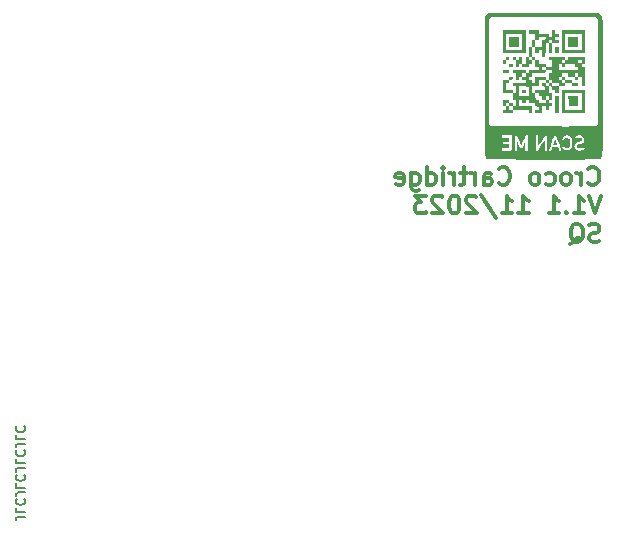
<source format=gbo>
G04 #@! TF.GenerationSoftware,KiCad,Pcbnew,9.0.5*
G04 #@! TF.CreationDate,2025-10-24T15:50:47+02:00*
G04 #@! TF.ProjectId,GameboyCartridgeV1.1,47616d65-626f-4794-9361-727472696467,rev?*
G04 #@! TF.SameCoordinates,Original*
G04 #@! TF.FileFunction,Legend,Bot*
G04 #@! TF.FilePolarity,Positive*
%FSLAX46Y46*%
G04 Gerber Fmt 4.6, Leading zero omitted, Abs format (unit mm)*
G04 Created by KiCad (PCBNEW 9.0.5) date 2025-10-24 15:50:47*
%MOMM*%
%LPD*%
G01*
G04 APERTURE LIST*
%ADD10C,0.300000*%
%ADD11C,0.187500*%
%ADD12C,0.000000*%
%ADD13C,0.650000*%
%ADD14O,1.000000X2.100000*%
%ADD15O,1.000000X1.800000*%
%ADD16C,0.800000*%
%ADD17C,2.374900*%
%ADD18C,0.990600*%
%ADD19C,7.200000*%
%ADD20R,1.700000X1.700000*%
%ADD21O,1.700000X1.700000*%
G04 APERTURE END LIST*
D10*
X134988346Y-77128139D02*
X135059774Y-77199568D01*
X135059774Y-77199568D02*
X135274060Y-77270996D01*
X135274060Y-77270996D02*
X135416917Y-77270996D01*
X135416917Y-77270996D02*
X135631203Y-77199568D01*
X135631203Y-77199568D02*
X135774060Y-77056710D01*
X135774060Y-77056710D02*
X135845489Y-76913853D01*
X135845489Y-76913853D02*
X135916917Y-76628139D01*
X135916917Y-76628139D02*
X135916917Y-76413853D01*
X135916917Y-76413853D02*
X135845489Y-76128139D01*
X135845489Y-76128139D02*
X135774060Y-75985282D01*
X135774060Y-75985282D02*
X135631203Y-75842425D01*
X135631203Y-75842425D02*
X135416917Y-75770996D01*
X135416917Y-75770996D02*
X135274060Y-75770996D01*
X135274060Y-75770996D02*
X135059774Y-75842425D01*
X135059774Y-75842425D02*
X134988346Y-75913853D01*
X134345489Y-77270996D02*
X134345489Y-76270996D01*
X134345489Y-76556710D02*
X134274060Y-76413853D01*
X134274060Y-76413853D02*
X134202632Y-76342425D01*
X134202632Y-76342425D02*
X134059774Y-76270996D01*
X134059774Y-76270996D02*
X133916917Y-76270996D01*
X133202632Y-77270996D02*
X133345489Y-77199568D01*
X133345489Y-77199568D02*
X133416918Y-77128139D01*
X133416918Y-77128139D02*
X133488346Y-76985282D01*
X133488346Y-76985282D02*
X133488346Y-76556710D01*
X133488346Y-76556710D02*
X133416918Y-76413853D01*
X133416918Y-76413853D02*
X133345489Y-76342425D01*
X133345489Y-76342425D02*
X133202632Y-76270996D01*
X133202632Y-76270996D02*
X132988346Y-76270996D01*
X132988346Y-76270996D02*
X132845489Y-76342425D01*
X132845489Y-76342425D02*
X132774061Y-76413853D01*
X132774061Y-76413853D02*
X132702632Y-76556710D01*
X132702632Y-76556710D02*
X132702632Y-76985282D01*
X132702632Y-76985282D02*
X132774061Y-77128139D01*
X132774061Y-77128139D02*
X132845489Y-77199568D01*
X132845489Y-77199568D02*
X132988346Y-77270996D01*
X132988346Y-77270996D02*
X133202632Y-77270996D01*
X131416918Y-77199568D02*
X131559775Y-77270996D01*
X131559775Y-77270996D02*
X131845489Y-77270996D01*
X131845489Y-77270996D02*
X131988346Y-77199568D01*
X131988346Y-77199568D02*
X132059775Y-77128139D01*
X132059775Y-77128139D02*
X132131203Y-76985282D01*
X132131203Y-76985282D02*
X132131203Y-76556710D01*
X132131203Y-76556710D02*
X132059775Y-76413853D01*
X132059775Y-76413853D02*
X131988346Y-76342425D01*
X131988346Y-76342425D02*
X131845489Y-76270996D01*
X131845489Y-76270996D02*
X131559775Y-76270996D01*
X131559775Y-76270996D02*
X131416918Y-76342425D01*
X130559775Y-77270996D02*
X130702632Y-77199568D01*
X130702632Y-77199568D02*
X130774061Y-77128139D01*
X130774061Y-77128139D02*
X130845489Y-76985282D01*
X130845489Y-76985282D02*
X130845489Y-76556710D01*
X130845489Y-76556710D02*
X130774061Y-76413853D01*
X130774061Y-76413853D02*
X130702632Y-76342425D01*
X130702632Y-76342425D02*
X130559775Y-76270996D01*
X130559775Y-76270996D02*
X130345489Y-76270996D01*
X130345489Y-76270996D02*
X130202632Y-76342425D01*
X130202632Y-76342425D02*
X130131204Y-76413853D01*
X130131204Y-76413853D02*
X130059775Y-76556710D01*
X130059775Y-76556710D02*
X130059775Y-76985282D01*
X130059775Y-76985282D02*
X130131204Y-77128139D01*
X130131204Y-77128139D02*
X130202632Y-77199568D01*
X130202632Y-77199568D02*
X130345489Y-77270996D01*
X130345489Y-77270996D02*
X130559775Y-77270996D01*
X127416918Y-77128139D02*
X127488346Y-77199568D01*
X127488346Y-77199568D02*
X127702632Y-77270996D01*
X127702632Y-77270996D02*
X127845489Y-77270996D01*
X127845489Y-77270996D02*
X128059775Y-77199568D01*
X128059775Y-77199568D02*
X128202632Y-77056710D01*
X128202632Y-77056710D02*
X128274061Y-76913853D01*
X128274061Y-76913853D02*
X128345489Y-76628139D01*
X128345489Y-76628139D02*
X128345489Y-76413853D01*
X128345489Y-76413853D02*
X128274061Y-76128139D01*
X128274061Y-76128139D02*
X128202632Y-75985282D01*
X128202632Y-75985282D02*
X128059775Y-75842425D01*
X128059775Y-75842425D02*
X127845489Y-75770996D01*
X127845489Y-75770996D02*
X127702632Y-75770996D01*
X127702632Y-75770996D02*
X127488346Y-75842425D01*
X127488346Y-75842425D02*
X127416918Y-75913853D01*
X126131204Y-77270996D02*
X126131204Y-76485282D01*
X126131204Y-76485282D02*
X126202632Y-76342425D01*
X126202632Y-76342425D02*
X126345489Y-76270996D01*
X126345489Y-76270996D02*
X126631204Y-76270996D01*
X126631204Y-76270996D02*
X126774061Y-76342425D01*
X126131204Y-77199568D02*
X126274061Y-77270996D01*
X126274061Y-77270996D02*
X126631204Y-77270996D01*
X126631204Y-77270996D02*
X126774061Y-77199568D01*
X126774061Y-77199568D02*
X126845489Y-77056710D01*
X126845489Y-77056710D02*
X126845489Y-76913853D01*
X126845489Y-76913853D02*
X126774061Y-76770996D01*
X126774061Y-76770996D02*
X126631204Y-76699568D01*
X126631204Y-76699568D02*
X126274061Y-76699568D01*
X126274061Y-76699568D02*
X126131204Y-76628139D01*
X125416918Y-77270996D02*
X125416918Y-76270996D01*
X125416918Y-76556710D02*
X125345489Y-76413853D01*
X125345489Y-76413853D02*
X125274061Y-76342425D01*
X125274061Y-76342425D02*
X125131203Y-76270996D01*
X125131203Y-76270996D02*
X124988346Y-76270996D01*
X124702632Y-76270996D02*
X124131204Y-76270996D01*
X124488347Y-75770996D02*
X124488347Y-77056710D01*
X124488347Y-77056710D02*
X124416918Y-77199568D01*
X124416918Y-77199568D02*
X124274061Y-77270996D01*
X124274061Y-77270996D02*
X124131204Y-77270996D01*
X123631204Y-77270996D02*
X123631204Y-76270996D01*
X123631204Y-76556710D02*
X123559775Y-76413853D01*
X123559775Y-76413853D02*
X123488347Y-76342425D01*
X123488347Y-76342425D02*
X123345489Y-76270996D01*
X123345489Y-76270996D02*
X123202632Y-76270996D01*
X122702633Y-77270996D02*
X122702633Y-76270996D01*
X122702633Y-75770996D02*
X122774061Y-75842425D01*
X122774061Y-75842425D02*
X122702633Y-75913853D01*
X122702633Y-75913853D02*
X122631204Y-75842425D01*
X122631204Y-75842425D02*
X122702633Y-75770996D01*
X122702633Y-75770996D02*
X122702633Y-75913853D01*
X121345490Y-77270996D02*
X121345490Y-75770996D01*
X121345490Y-77199568D02*
X121488347Y-77270996D01*
X121488347Y-77270996D02*
X121774061Y-77270996D01*
X121774061Y-77270996D02*
X121916918Y-77199568D01*
X121916918Y-77199568D02*
X121988347Y-77128139D01*
X121988347Y-77128139D02*
X122059775Y-76985282D01*
X122059775Y-76985282D02*
X122059775Y-76556710D01*
X122059775Y-76556710D02*
X121988347Y-76413853D01*
X121988347Y-76413853D02*
X121916918Y-76342425D01*
X121916918Y-76342425D02*
X121774061Y-76270996D01*
X121774061Y-76270996D02*
X121488347Y-76270996D01*
X121488347Y-76270996D02*
X121345490Y-76342425D01*
X119988347Y-76270996D02*
X119988347Y-77485282D01*
X119988347Y-77485282D02*
X120059775Y-77628139D01*
X120059775Y-77628139D02*
X120131204Y-77699568D01*
X120131204Y-77699568D02*
X120274061Y-77770996D01*
X120274061Y-77770996D02*
X120488347Y-77770996D01*
X120488347Y-77770996D02*
X120631204Y-77699568D01*
X119988347Y-77199568D02*
X120131204Y-77270996D01*
X120131204Y-77270996D02*
X120416918Y-77270996D01*
X120416918Y-77270996D02*
X120559775Y-77199568D01*
X120559775Y-77199568D02*
X120631204Y-77128139D01*
X120631204Y-77128139D02*
X120702632Y-76985282D01*
X120702632Y-76985282D02*
X120702632Y-76556710D01*
X120702632Y-76556710D02*
X120631204Y-76413853D01*
X120631204Y-76413853D02*
X120559775Y-76342425D01*
X120559775Y-76342425D02*
X120416918Y-76270996D01*
X120416918Y-76270996D02*
X120131204Y-76270996D01*
X120131204Y-76270996D02*
X119988347Y-76342425D01*
X118702632Y-77199568D02*
X118845489Y-77270996D01*
X118845489Y-77270996D02*
X119131204Y-77270996D01*
X119131204Y-77270996D02*
X119274061Y-77199568D01*
X119274061Y-77199568D02*
X119345489Y-77056710D01*
X119345489Y-77056710D02*
X119345489Y-76485282D01*
X119345489Y-76485282D02*
X119274061Y-76342425D01*
X119274061Y-76342425D02*
X119131204Y-76270996D01*
X119131204Y-76270996D02*
X118845489Y-76270996D01*
X118845489Y-76270996D02*
X118702632Y-76342425D01*
X118702632Y-76342425D02*
X118631204Y-76485282D01*
X118631204Y-76485282D02*
X118631204Y-76628139D01*
X118631204Y-76628139D02*
X119345489Y-76770996D01*
X136059774Y-78185912D02*
X135559774Y-79685912D01*
X135559774Y-79685912D02*
X135059774Y-78185912D01*
X133774060Y-79685912D02*
X134631203Y-79685912D01*
X134202632Y-79685912D02*
X134202632Y-78185912D01*
X134202632Y-78185912D02*
X134345489Y-78400198D01*
X134345489Y-78400198D02*
X134488346Y-78543055D01*
X134488346Y-78543055D02*
X134631203Y-78614484D01*
X133131204Y-79543055D02*
X133059775Y-79614484D01*
X133059775Y-79614484D02*
X133131204Y-79685912D01*
X133131204Y-79685912D02*
X133202632Y-79614484D01*
X133202632Y-79614484D02*
X133131204Y-79543055D01*
X133131204Y-79543055D02*
X133131204Y-79685912D01*
X131631203Y-79685912D02*
X132488346Y-79685912D01*
X132059775Y-79685912D02*
X132059775Y-78185912D01*
X132059775Y-78185912D02*
X132202632Y-78400198D01*
X132202632Y-78400198D02*
X132345489Y-78543055D01*
X132345489Y-78543055D02*
X132488346Y-78614484D01*
X129059775Y-79685912D02*
X129916918Y-79685912D01*
X129488347Y-79685912D02*
X129488347Y-78185912D01*
X129488347Y-78185912D02*
X129631204Y-78400198D01*
X129631204Y-78400198D02*
X129774061Y-78543055D01*
X129774061Y-78543055D02*
X129916918Y-78614484D01*
X127631204Y-79685912D02*
X128488347Y-79685912D01*
X128059776Y-79685912D02*
X128059776Y-78185912D01*
X128059776Y-78185912D02*
X128202633Y-78400198D01*
X128202633Y-78400198D02*
X128345490Y-78543055D01*
X128345490Y-78543055D02*
X128488347Y-78614484D01*
X125916919Y-78114484D02*
X127202633Y-80043055D01*
X125488347Y-78328769D02*
X125416919Y-78257341D01*
X125416919Y-78257341D02*
X125274062Y-78185912D01*
X125274062Y-78185912D02*
X124916919Y-78185912D01*
X124916919Y-78185912D02*
X124774062Y-78257341D01*
X124774062Y-78257341D02*
X124702633Y-78328769D01*
X124702633Y-78328769D02*
X124631204Y-78471626D01*
X124631204Y-78471626D02*
X124631204Y-78614484D01*
X124631204Y-78614484D02*
X124702633Y-78828769D01*
X124702633Y-78828769D02*
X125559776Y-79685912D01*
X125559776Y-79685912D02*
X124631204Y-79685912D01*
X123702633Y-78185912D02*
X123559776Y-78185912D01*
X123559776Y-78185912D02*
X123416919Y-78257341D01*
X123416919Y-78257341D02*
X123345491Y-78328769D01*
X123345491Y-78328769D02*
X123274062Y-78471626D01*
X123274062Y-78471626D02*
X123202633Y-78757341D01*
X123202633Y-78757341D02*
X123202633Y-79114484D01*
X123202633Y-79114484D02*
X123274062Y-79400198D01*
X123274062Y-79400198D02*
X123345491Y-79543055D01*
X123345491Y-79543055D02*
X123416919Y-79614484D01*
X123416919Y-79614484D02*
X123559776Y-79685912D01*
X123559776Y-79685912D02*
X123702633Y-79685912D01*
X123702633Y-79685912D02*
X123845491Y-79614484D01*
X123845491Y-79614484D02*
X123916919Y-79543055D01*
X123916919Y-79543055D02*
X123988348Y-79400198D01*
X123988348Y-79400198D02*
X124059776Y-79114484D01*
X124059776Y-79114484D02*
X124059776Y-78757341D01*
X124059776Y-78757341D02*
X123988348Y-78471626D01*
X123988348Y-78471626D02*
X123916919Y-78328769D01*
X123916919Y-78328769D02*
X123845491Y-78257341D01*
X123845491Y-78257341D02*
X123702633Y-78185912D01*
X122631205Y-78328769D02*
X122559777Y-78257341D01*
X122559777Y-78257341D02*
X122416920Y-78185912D01*
X122416920Y-78185912D02*
X122059777Y-78185912D01*
X122059777Y-78185912D02*
X121916920Y-78257341D01*
X121916920Y-78257341D02*
X121845491Y-78328769D01*
X121845491Y-78328769D02*
X121774062Y-78471626D01*
X121774062Y-78471626D02*
X121774062Y-78614484D01*
X121774062Y-78614484D02*
X121845491Y-78828769D01*
X121845491Y-78828769D02*
X122702634Y-79685912D01*
X122702634Y-79685912D02*
X121774062Y-79685912D01*
X121274063Y-78185912D02*
X120345491Y-78185912D01*
X120345491Y-78185912D02*
X120845491Y-78757341D01*
X120845491Y-78757341D02*
X120631206Y-78757341D01*
X120631206Y-78757341D02*
X120488349Y-78828769D01*
X120488349Y-78828769D02*
X120416920Y-78900198D01*
X120416920Y-78900198D02*
X120345491Y-79043055D01*
X120345491Y-79043055D02*
X120345491Y-79400198D01*
X120345491Y-79400198D02*
X120416920Y-79543055D01*
X120416920Y-79543055D02*
X120488349Y-79614484D01*
X120488349Y-79614484D02*
X120631206Y-79685912D01*
X120631206Y-79685912D02*
X121059777Y-79685912D01*
X121059777Y-79685912D02*
X121202634Y-79614484D01*
X121202634Y-79614484D02*
X121274063Y-79543055D01*
X135916917Y-82029400D02*
X135702632Y-82100828D01*
X135702632Y-82100828D02*
X135345489Y-82100828D01*
X135345489Y-82100828D02*
X135202632Y-82029400D01*
X135202632Y-82029400D02*
X135131203Y-81957971D01*
X135131203Y-81957971D02*
X135059774Y-81815114D01*
X135059774Y-81815114D02*
X135059774Y-81672257D01*
X135059774Y-81672257D02*
X135131203Y-81529400D01*
X135131203Y-81529400D02*
X135202632Y-81457971D01*
X135202632Y-81457971D02*
X135345489Y-81386542D01*
X135345489Y-81386542D02*
X135631203Y-81315114D01*
X135631203Y-81315114D02*
X135774060Y-81243685D01*
X135774060Y-81243685D02*
X135845489Y-81172257D01*
X135845489Y-81172257D02*
X135916917Y-81029400D01*
X135916917Y-81029400D02*
X135916917Y-80886542D01*
X135916917Y-80886542D02*
X135845489Y-80743685D01*
X135845489Y-80743685D02*
X135774060Y-80672257D01*
X135774060Y-80672257D02*
X135631203Y-80600828D01*
X135631203Y-80600828D02*
X135274060Y-80600828D01*
X135274060Y-80600828D02*
X135059774Y-80672257D01*
X133416918Y-82243685D02*
X133559775Y-82172257D01*
X133559775Y-82172257D02*
X133702632Y-82029400D01*
X133702632Y-82029400D02*
X133916918Y-81815114D01*
X133916918Y-81815114D02*
X134059775Y-81743685D01*
X134059775Y-81743685D02*
X134202632Y-81743685D01*
X134131203Y-82100828D02*
X134274061Y-82029400D01*
X134274061Y-82029400D02*
X134416918Y-81886542D01*
X134416918Y-81886542D02*
X134488346Y-81600828D01*
X134488346Y-81600828D02*
X134488346Y-81100828D01*
X134488346Y-81100828D02*
X134416918Y-80815114D01*
X134416918Y-80815114D02*
X134274061Y-80672257D01*
X134274061Y-80672257D02*
X134131203Y-80600828D01*
X134131203Y-80600828D02*
X133845489Y-80600828D01*
X133845489Y-80600828D02*
X133702632Y-80672257D01*
X133702632Y-80672257D02*
X133559775Y-80815114D01*
X133559775Y-80815114D02*
X133488346Y-81100828D01*
X133488346Y-81100828D02*
X133488346Y-81600828D01*
X133488346Y-81600828D02*
X133559775Y-81886542D01*
X133559775Y-81886542D02*
X133702632Y-82029400D01*
X133702632Y-82029400D02*
X133845489Y-82100828D01*
X133845489Y-82100828D02*
X134131203Y-82100828D01*
D11*
X87307654Y-105357597D02*
X86736226Y-105357597D01*
X86736226Y-105357597D02*
X86621940Y-105395692D01*
X86621940Y-105395692D02*
X86545750Y-105471883D01*
X86545750Y-105471883D02*
X86507654Y-105586168D01*
X86507654Y-105586168D02*
X86507654Y-105662359D01*
X86507654Y-104595692D02*
X86507654Y-104976644D01*
X86507654Y-104976644D02*
X87307654Y-104976644D01*
X86583845Y-103871882D02*
X86545750Y-103909978D01*
X86545750Y-103909978D02*
X86507654Y-104024263D01*
X86507654Y-104024263D02*
X86507654Y-104100454D01*
X86507654Y-104100454D02*
X86545750Y-104214740D01*
X86545750Y-104214740D02*
X86621940Y-104290930D01*
X86621940Y-104290930D02*
X86698130Y-104329025D01*
X86698130Y-104329025D02*
X86850511Y-104367121D01*
X86850511Y-104367121D02*
X86964797Y-104367121D01*
X86964797Y-104367121D02*
X87117178Y-104329025D01*
X87117178Y-104329025D02*
X87193369Y-104290930D01*
X87193369Y-104290930D02*
X87269559Y-104214740D01*
X87269559Y-104214740D02*
X87307654Y-104100454D01*
X87307654Y-104100454D02*
X87307654Y-104024263D01*
X87307654Y-104024263D02*
X87269559Y-103909978D01*
X87269559Y-103909978D02*
X87231464Y-103871882D01*
X87307654Y-103300454D02*
X86736226Y-103300454D01*
X86736226Y-103300454D02*
X86621940Y-103338549D01*
X86621940Y-103338549D02*
X86545750Y-103414740D01*
X86545750Y-103414740D02*
X86507654Y-103529025D01*
X86507654Y-103529025D02*
X86507654Y-103605216D01*
X86507654Y-102538549D02*
X86507654Y-102919501D01*
X86507654Y-102919501D02*
X87307654Y-102919501D01*
X86583845Y-101814739D02*
X86545750Y-101852835D01*
X86545750Y-101852835D02*
X86507654Y-101967120D01*
X86507654Y-101967120D02*
X86507654Y-102043311D01*
X86507654Y-102043311D02*
X86545750Y-102157597D01*
X86545750Y-102157597D02*
X86621940Y-102233787D01*
X86621940Y-102233787D02*
X86698130Y-102271882D01*
X86698130Y-102271882D02*
X86850511Y-102309978D01*
X86850511Y-102309978D02*
X86964797Y-102309978D01*
X86964797Y-102309978D02*
X87117178Y-102271882D01*
X87117178Y-102271882D02*
X87193369Y-102233787D01*
X87193369Y-102233787D02*
X87269559Y-102157597D01*
X87269559Y-102157597D02*
X87307654Y-102043311D01*
X87307654Y-102043311D02*
X87307654Y-101967120D01*
X87307654Y-101967120D02*
X87269559Y-101852835D01*
X87269559Y-101852835D02*
X87231464Y-101814739D01*
X87307654Y-101243311D02*
X86736226Y-101243311D01*
X86736226Y-101243311D02*
X86621940Y-101281406D01*
X86621940Y-101281406D02*
X86545750Y-101357597D01*
X86545750Y-101357597D02*
X86507654Y-101471882D01*
X86507654Y-101471882D02*
X86507654Y-101548073D01*
X86507654Y-100481406D02*
X86507654Y-100862358D01*
X86507654Y-100862358D02*
X87307654Y-100862358D01*
X86583845Y-99757596D02*
X86545750Y-99795692D01*
X86545750Y-99795692D02*
X86507654Y-99909977D01*
X86507654Y-99909977D02*
X86507654Y-99986168D01*
X86507654Y-99986168D02*
X86545750Y-100100454D01*
X86545750Y-100100454D02*
X86621940Y-100176644D01*
X86621940Y-100176644D02*
X86698130Y-100214739D01*
X86698130Y-100214739D02*
X86850511Y-100252835D01*
X86850511Y-100252835D02*
X86964797Y-100252835D01*
X86964797Y-100252835D02*
X87117178Y-100214739D01*
X87117178Y-100214739D02*
X87193369Y-100176644D01*
X87193369Y-100176644D02*
X87269559Y-100100454D01*
X87269559Y-100100454D02*
X87307654Y-99986168D01*
X87307654Y-99986168D02*
X87307654Y-99909977D01*
X87307654Y-99909977D02*
X87269559Y-99795692D01*
X87269559Y-99795692D02*
X87231464Y-99757596D01*
X87307654Y-99186168D02*
X86736226Y-99186168D01*
X86736226Y-99186168D02*
X86621940Y-99224263D01*
X86621940Y-99224263D02*
X86545750Y-99300454D01*
X86545750Y-99300454D02*
X86507654Y-99414739D01*
X86507654Y-99414739D02*
X86507654Y-99490930D01*
X86507654Y-98424263D02*
X86507654Y-98805215D01*
X86507654Y-98805215D02*
X87307654Y-98805215D01*
X86583845Y-97700453D02*
X86545750Y-97738549D01*
X86545750Y-97738549D02*
X86507654Y-97852834D01*
X86507654Y-97852834D02*
X86507654Y-97929025D01*
X86507654Y-97929025D02*
X86545750Y-98043311D01*
X86545750Y-98043311D02*
X86621940Y-98119501D01*
X86621940Y-98119501D02*
X86698130Y-98157596D01*
X86698130Y-98157596D02*
X86850511Y-98195692D01*
X86850511Y-98195692D02*
X86964797Y-98195692D01*
X86964797Y-98195692D02*
X87117178Y-98157596D01*
X87117178Y-98157596D02*
X87193369Y-98119501D01*
X87193369Y-98119501D02*
X87269559Y-98043311D01*
X87269559Y-98043311D02*
X87307654Y-97929025D01*
X87307654Y-97929025D02*
X87307654Y-97852834D01*
X87307654Y-97852834D02*
X87269559Y-97738549D01*
X87269559Y-97738549D02*
X87231464Y-97700453D01*
D12*
G36*
X128000000Y-66847306D02*
G01*
X128000000Y-66997503D01*
X127866667Y-66997503D01*
X127733334Y-66997503D01*
X127733334Y-66847306D01*
X127733334Y-66697109D01*
X127866667Y-66697109D01*
X128000000Y-66697109D01*
X128000000Y-66847306D01*
G37*
G36*
X128266667Y-67681734D02*
G01*
X128266667Y-67831931D01*
X128000000Y-67831931D01*
X127733334Y-67831931D01*
X127733334Y-67681734D01*
X127733334Y-67531537D01*
X128000000Y-67531537D01*
X128266667Y-67531537D01*
X128266667Y-67681734D01*
G37*
G36*
X128266667Y-66563600D02*
G01*
X128266667Y-66697109D01*
X128133334Y-66697109D01*
X128000000Y-66697109D01*
X128000000Y-66563600D01*
X128000000Y-66430092D01*
X128133334Y-66430092D01*
X128266667Y-66430092D01*
X128266667Y-66563600D01*
G37*
G36*
X128566667Y-67131012D02*
G01*
X128566667Y-67264520D01*
X128416667Y-67264520D01*
X128266667Y-67264520D01*
X128266667Y-67131012D01*
X128266667Y-66997503D01*
X128416667Y-66997503D01*
X128566667Y-66997503D01*
X128566667Y-67131012D01*
G37*
G36*
X129666667Y-69367280D02*
G01*
X129666667Y-69500788D01*
X129533334Y-69500788D01*
X129400000Y-69500788D01*
X129400000Y-69367280D01*
X129400000Y-69233771D01*
X129533334Y-69233771D01*
X129666667Y-69233771D01*
X129666667Y-69367280D01*
G37*
G36*
X132466667Y-65862680D02*
G01*
X132466667Y-66129697D01*
X132333334Y-66129697D01*
X132200000Y-66129697D01*
X132200000Y-65862680D01*
X132200000Y-65595663D01*
X132333334Y-65595663D01*
X132466667Y-65595663D01*
X132466667Y-65862680D01*
G37*
G36*
X132466667Y-70468725D02*
G01*
X132466667Y-71169645D01*
X132333334Y-71169645D01*
X132200000Y-71169645D01*
X132200000Y-70468725D01*
X132200000Y-69767805D01*
X132333334Y-69767805D01*
X132466667Y-69767805D01*
X132466667Y-70468725D01*
G37*
G36*
X134133334Y-65178449D02*
G01*
X134133334Y-65595663D01*
X133716667Y-65595663D01*
X133300000Y-65595663D01*
X133300000Y-65178449D01*
X133300000Y-64761235D01*
X133716667Y-64761235D01*
X134133334Y-64761235D01*
X134133334Y-65178449D01*
G37*
G36*
X134133334Y-70202735D02*
G01*
X134133334Y-70637665D01*
X133725000Y-70628294D01*
X133316667Y-70618922D01*
X133307338Y-70193364D01*
X133298009Y-69767805D01*
X133715671Y-69767805D01*
X134133334Y-69767805D01*
X134133334Y-70202735D01*
G37*
G36*
X129133334Y-65156198D02*
G01*
X129131581Y-65308184D01*
X129126612Y-65440289D01*
X129119206Y-65533699D01*
X129110138Y-65574387D01*
X129110046Y-65574476D01*
X129068938Y-65582718D01*
X128975186Y-65588070D01*
X128842637Y-65590080D01*
X128685138Y-65588294D01*
X128283334Y-65578975D01*
X128273975Y-65170105D01*
X128264615Y-64761235D01*
X128698975Y-64761235D01*
X129133334Y-64761235D01*
X129133334Y-65156198D01*
G37*
G36*
X129666667Y-65161761D02*
G01*
X129666667Y-66129697D01*
X128700000Y-66129697D01*
X127733334Y-66129697D01*
X127733334Y-65161761D01*
X127733334Y-64460841D01*
X128000000Y-64460841D01*
X128000000Y-65161761D01*
X128000000Y-65862680D01*
X128700000Y-65862680D01*
X129400000Y-65862680D01*
X129400000Y-65161761D01*
X129400000Y-64460841D01*
X128700000Y-64460841D01*
X128000000Y-64460841D01*
X127733334Y-64460841D01*
X127733334Y-64193824D01*
X128700000Y-64193824D01*
X129666667Y-64193824D01*
X129666667Y-64460841D01*
X129666667Y-65161761D01*
G37*
G36*
X134700000Y-65161761D02*
G01*
X134700000Y-66129697D01*
X133716667Y-66129697D01*
X132733334Y-66129697D01*
X132733334Y-65161761D01*
X132733334Y-64460841D01*
X133033334Y-64460841D01*
X133033334Y-65161761D01*
X133033334Y-65862680D01*
X133733334Y-65862680D01*
X134433334Y-65862680D01*
X134433334Y-65161761D01*
X134433334Y-64460841D01*
X133733334Y-64460841D01*
X133033334Y-64460841D01*
X132733334Y-64460841D01*
X132733334Y-64193824D01*
X133716667Y-64193824D01*
X134700000Y-64193824D01*
X134700000Y-64460841D01*
X134700000Y-65161761D01*
G37*
G36*
X134700000Y-70201708D02*
G01*
X134700000Y-71169645D01*
X133716667Y-71169645D01*
X132733334Y-71169645D01*
X132733334Y-70201708D01*
X132733334Y-69500788D01*
X133033334Y-69500788D01*
X133033334Y-70201708D01*
X133033334Y-70902628D01*
X133733334Y-70902628D01*
X134433334Y-70902628D01*
X134433334Y-70201708D01*
X134433334Y-69500788D01*
X133733334Y-69500788D01*
X133033334Y-69500788D01*
X132733334Y-69500788D01*
X132733334Y-69233771D01*
X133716667Y-69233771D01*
X134700000Y-69233771D01*
X134700000Y-69500788D01*
X134700000Y-70201708D01*
G37*
G36*
X132183976Y-73372807D02*
G01*
X132200656Y-73407026D01*
X132230963Y-73487365D01*
X132268827Y-73597831D01*
X132270144Y-73601825D01*
X132309131Y-73719412D01*
X132340814Y-73813788D01*
X132358444Y-73864849D01*
X132351550Y-73887321D01*
X132296511Y-73902076D01*
X132183334Y-73906570D01*
X132081964Y-73903248D01*
X132019483Y-73890002D01*
X132008223Y-73864849D01*
X132008507Y-73864075D01*
X132026701Y-73811286D01*
X132058729Y-73715837D01*
X132097841Y-73597831D01*
X132101506Y-73586752D01*
X132138925Y-73478406D01*
X132168224Y-73401669D01*
X132183334Y-73372536D01*
X132183976Y-73372807D01*
G37*
G36*
X132333334Y-65028252D02*
G01*
X132466667Y-65028252D01*
X132466667Y-65161761D01*
X132466667Y-65295269D01*
X132183334Y-65295269D01*
X131900000Y-65295269D01*
X131900000Y-65712483D01*
X131900000Y-66129697D01*
X131766667Y-66129697D01*
X131633334Y-66129697D01*
X131633334Y-65712483D01*
X131633334Y-65295269D01*
X131500806Y-65295269D01*
X131368279Y-65295269D01*
X131359140Y-65854336D01*
X131350000Y-66413403D01*
X131208334Y-66423666D01*
X131066667Y-66433930D01*
X131066667Y-66148305D01*
X131066667Y-65862680D01*
X130933334Y-65862680D01*
X130800000Y-65862680D01*
X130800000Y-65996189D01*
X130800000Y-66129697D01*
X130650000Y-66129697D01*
X130500000Y-66129697D01*
X130500000Y-65862680D01*
X130500000Y-65595663D01*
X130366667Y-65595663D01*
X130233334Y-65595663D01*
X130233334Y-65311958D01*
X130233334Y-65028252D01*
X130366667Y-65028252D01*
X130500000Y-65028252D01*
X130500000Y-65311958D01*
X130500000Y-65595663D01*
X130783334Y-65595663D01*
X131066667Y-65595663D01*
X131066667Y-65313877D01*
X131066667Y-65032090D01*
X131119645Y-65028252D01*
X131633334Y-65028252D01*
X131633334Y-65161761D01*
X131633334Y-65295269D01*
X131766667Y-65295269D01*
X131900000Y-65295269D01*
X131900000Y-65161761D01*
X131900000Y-65028252D01*
X131766667Y-65028252D01*
X131633334Y-65028252D01*
X131119645Y-65028252D01*
X131208334Y-65021827D01*
X131256625Y-65017863D01*
X131321809Y-65003106D01*
X131349702Y-64965237D01*
X131360346Y-64886399D01*
X131370692Y-64761235D01*
X131085346Y-64761235D01*
X130800000Y-64761235D01*
X130800000Y-64894743D01*
X130800000Y-65028252D01*
X130650000Y-65028252D01*
X130500000Y-65028252D01*
X130500000Y-64744546D01*
X130500000Y-64460841D01*
X130233334Y-64460841D01*
X129966667Y-64460841D01*
X129966667Y-64327332D01*
X129966667Y-64193824D01*
X130383334Y-64193824D01*
X130800000Y-64193824D01*
X130800000Y-64327332D01*
X130800000Y-64460841D01*
X131216667Y-64460841D01*
X131633334Y-64460841D01*
X131633334Y-64611038D01*
X131633334Y-64761235D01*
X131766667Y-64761235D01*
X131900000Y-64761235D01*
X131900000Y-64477529D01*
X131900000Y-64193824D01*
X132050000Y-64193824D01*
X132200000Y-64193824D01*
X132200000Y-64327332D01*
X132200000Y-64460841D01*
X132333334Y-64460841D01*
X132466667Y-64460841D01*
X132466667Y-64611038D01*
X132466667Y-64761235D01*
X132333334Y-64761235D01*
X132200000Y-64761235D01*
X132200000Y-64894743D01*
X132200000Y-65028252D01*
X132333334Y-65028252D01*
G37*
G36*
X136200044Y-70039705D02*
G01*
X136200101Y-70679252D01*
X136200054Y-71259622D01*
X136199818Y-71783766D01*
X136199306Y-72254631D01*
X136198435Y-72675169D01*
X136197118Y-73048329D01*
X136195272Y-73377060D01*
X136192810Y-73664312D01*
X136189648Y-73913035D01*
X136185701Y-74126178D01*
X136183724Y-74200263D01*
X136180883Y-74306691D01*
X136178143Y-74378284D01*
X136175110Y-74457524D01*
X136168295Y-74581627D01*
X136160355Y-74681948D01*
X136151205Y-74761439D01*
X136140758Y-74823047D01*
X136128929Y-74869724D01*
X136115635Y-74904418D01*
X136100789Y-74930079D01*
X136084307Y-74949658D01*
X136066104Y-74966103D01*
X136046093Y-74982364D01*
X136024191Y-75001391D01*
X135940962Y-75062382D01*
X135846024Y-75107235D01*
X135825888Y-75109397D01*
X135741884Y-75112700D01*
X135597553Y-75115795D01*
X135396797Y-75118662D01*
X135143517Y-75121282D01*
X134841614Y-75123635D01*
X134494988Y-75125703D01*
X134107543Y-75127465D01*
X133683178Y-75128903D01*
X133225795Y-75129997D01*
X132739295Y-75130728D01*
X132227579Y-75131076D01*
X131694549Y-75131023D01*
X131144105Y-75130548D01*
X126538210Y-75124835D01*
X126444105Y-75055012D01*
X126436432Y-75049148D01*
X126351175Y-74968530D01*
X126275000Y-74874846D01*
X126200000Y-74764504D01*
X126200013Y-73272404D01*
X127662239Y-73272404D01*
X127981120Y-73272404D01*
X128300000Y-73272404D01*
X128300000Y-73455979D01*
X128300000Y-73639553D01*
X128033334Y-73639553D01*
X127920950Y-73640059D01*
X127833048Y-73644399D01*
X127787102Y-73656831D01*
X127769509Y-73681612D01*
X127766667Y-73722996D01*
X127768285Y-73758162D01*
X127782156Y-73785667D01*
X127821886Y-73800044D01*
X127901078Y-73805549D01*
X128033334Y-73806439D01*
X128300000Y-73806439D01*
X128300000Y-73990013D01*
X128300000Y-74173587D01*
X127983334Y-74173587D01*
X127666667Y-74173587D01*
X127666667Y-74273718D01*
X127666667Y-74373850D01*
X128067713Y-74373850D01*
X128766667Y-74373850D01*
X128850000Y-74373850D01*
X128933334Y-74373850D01*
X128933334Y-73988043D01*
X128935281Y-73842733D01*
X128940815Y-73721859D01*
X128949070Y-73642883D01*
X128959179Y-73618230D01*
X128966309Y-73626392D01*
X128998281Y-73683447D01*
X129044939Y-73781000D01*
X129098876Y-73903905D01*
X129126624Y-73968794D01*
X129176700Y-74076200D01*
X129216109Y-74138173D01*
X129253627Y-74166584D01*
X129298031Y-74173304D01*
X129320582Y-74171879D01*
X129360455Y-74155988D01*
X129397892Y-74112910D01*
X129441529Y-74030878D01*
X129500000Y-73898130D01*
X129616667Y-73623239D01*
X129633334Y-73990200D01*
X129650000Y-74357161D01*
X129741667Y-74367723D01*
X129833334Y-74378284D01*
X129833334Y-73722996D01*
X129833334Y-73088830D01*
X130550000Y-73088830D01*
X130550000Y-73722996D01*
X130550000Y-74357161D01*
X130633334Y-74366862D01*
X130635817Y-74367130D01*
X130670680Y-74364412D01*
X130707160Y-74343823D01*
X130751795Y-74297487D01*
X130811121Y-74217532D01*
X130891678Y-74096084D01*
X131000000Y-73925272D01*
X131283334Y-73473981D01*
X131292608Y-73923916D01*
X131301882Y-74373850D01*
X131401661Y-74373850D01*
X131501440Y-74373850D01*
X131501322Y-74365506D01*
X131634221Y-74365506D01*
X131660823Y-74371326D01*
X131728805Y-74373850D01*
X131742602Y-74373624D01*
X131799908Y-74360760D01*
X131840646Y-74316258D01*
X131881562Y-74223653D01*
X131938848Y-74073456D01*
X132181759Y-74073456D01*
X132424670Y-74073456D01*
X132466667Y-74223653D01*
X132475342Y-74253802D01*
X132505467Y-74331958D01*
X132543211Y-74366242D01*
X132604333Y-74373850D01*
X132671104Y-74366593D01*
X132700000Y-74348437D01*
X132698364Y-74340351D01*
X132679889Y-74280865D01*
X132644358Y-74175702D01*
X132596154Y-74037127D01*
X132594246Y-74031734D01*
X132733458Y-74031734D01*
X132733488Y-74033320D01*
X132759632Y-74105587D01*
X132822187Y-74192864D01*
X132902769Y-74273487D01*
X132982993Y-74325793D01*
X133053689Y-74348437D01*
X133083155Y-74357875D01*
X133248752Y-74362555D01*
X133403890Y-74301678D01*
X133550000Y-74174862D01*
X133578981Y-74134924D01*
X133598511Y-74082861D01*
X133609950Y-74005585D01*
X133610123Y-74001836D01*
X133800000Y-74001836D01*
X133817850Y-74121590D01*
X133891259Y-74242893D01*
X134019953Y-74327310D01*
X134051640Y-74339447D01*
X134241794Y-74370906D01*
X134446835Y-74339349D01*
X134662395Y-74245335D01*
X134741456Y-74200263D01*
X134673176Y-74131893D01*
X134660064Y-74118928D01*
X134614671Y-74084720D01*
X134567202Y-74085286D01*
X134489077Y-74118555D01*
X134394953Y-74151599D01*
X134264482Y-74171085D01*
X134144844Y-74164766D01*
X134061029Y-74131866D01*
X134005014Y-74070321D01*
X133986064Y-73988543D01*
X134025908Y-73912647D01*
X134120231Y-73849535D01*
X134264715Y-73806111D01*
X134382549Y-73779138D01*
X134506552Y-73727529D01*
X134586410Y-73652976D01*
X134635215Y-73546296D01*
X134651081Y-73465479D01*
X134635553Y-73320767D01*
X134564407Y-73200428D01*
X134443376Y-73117285D01*
X134351038Y-73091154D01*
X134194304Y-73081489D01*
X134038116Y-73103551D01*
X133912591Y-73155189D01*
X133878565Y-73179536D01*
X133853022Y-73220303D01*
X133875141Y-73274515D01*
X133913722Y-73316064D01*
X133983334Y-73321429D01*
X134078788Y-73297203D01*
X134220427Y-73280072D01*
X134337185Y-73288064D01*
X134410626Y-73321189D01*
X134450010Y-73371057D01*
X134467611Y-73453751D01*
X134423137Y-73528269D01*
X134319476Y-73590968D01*
X134159515Y-73638202D01*
X134058630Y-73665957D01*
X133960274Y-73720048D01*
X133916134Y-73744323D01*
X133829331Y-73856883D01*
X133800000Y-74001836D01*
X133610123Y-74001836D01*
X133615326Y-73889260D01*
X133616667Y-73720048D01*
X133616667Y-73340271D01*
X133496987Y-73220433D01*
X133487068Y-73210769D01*
X133348604Y-73118420D01*
X133195954Y-73080282D01*
X133043916Y-73095116D01*
X132907284Y-73161681D01*
X132800855Y-73278740D01*
X132758683Y-73351692D01*
X132738761Y-73408822D01*
X132761005Y-73433789D01*
X132827523Y-73439290D01*
X132904576Y-73422410D01*
X133000000Y-73355847D01*
X133021275Y-73335227D01*
X133128944Y-73278916D01*
X133243486Y-73285265D01*
X133351516Y-73354330D01*
X133371316Y-73375118D01*
X133404449Y-73422572D01*
X133423163Y-73483546D01*
X133431458Y-73575772D01*
X133433334Y-73716977D01*
X133430929Y-73856286D01*
X133420873Y-73958510D01*
X133399773Y-74028948D01*
X133364248Y-74085643D01*
X133312103Y-74134903D01*
X133204359Y-74175005D01*
X133089238Y-74160163D01*
X132986253Y-74090144D01*
X132967774Y-74072864D01*
X132897411Y-74030922D01*
X132820545Y-74006769D01*
X132758716Y-74005381D01*
X132733458Y-74031734D01*
X132594246Y-74031734D01*
X132539661Y-73877407D01*
X132479264Y-73708807D01*
X132419345Y-73543593D01*
X132364289Y-73394030D01*
X132318479Y-73272384D01*
X132286299Y-73190920D01*
X132262577Y-73139954D01*
X132218538Y-73086368D01*
X132163523Y-73078073D01*
X132152525Y-73080898D01*
X132124450Y-73100817D01*
X132093158Y-73145235D01*
X132055044Y-73221906D01*
X132006502Y-73338587D01*
X131943928Y-73503032D01*
X131863716Y-73722996D01*
X131848283Y-73765821D01*
X131780507Y-73954227D01*
X131721814Y-74117912D01*
X131675604Y-74247362D01*
X131645274Y-74333064D01*
X131634221Y-74365506D01*
X131501322Y-74365506D01*
X131492387Y-73731340D01*
X131483334Y-73088830D01*
X131400699Y-73088830D01*
X131377017Y-73091924D01*
X131338074Y-73112484D01*
X131290751Y-73159099D01*
X131228600Y-73239587D01*
X131145176Y-73361764D01*
X131034033Y-73533446D01*
X130750000Y-73978062D01*
X130740713Y-73522977D01*
X130731425Y-73067892D01*
X130640713Y-73078361D01*
X130550000Y-73088830D01*
X129833334Y-73088830D01*
X129833334Y-73067708D01*
X129745317Y-73078269D01*
X129738766Y-73079089D01*
X129709797Y-73085419D01*
X129683239Y-73101028D01*
X129655007Y-73133361D01*
X129621017Y-73189862D01*
X129577184Y-73277976D01*
X129519423Y-73405147D01*
X129443650Y-73578819D01*
X129345779Y-73806439D01*
X129295665Y-73923259D01*
X129117309Y-73506044D01*
X129074959Y-73407730D01*
X129011836Y-73267188D01*
X128964082Y-73173710D01*
X128925674Y-73117557D01*
X128890590Y-73088989D01*
X128852810Y-73078269D01*
X128766667Y-73067708D01*
X128766667Y-73720779D01*
X128766667Y-74057621D01*
X128766667Y-74373850D01*
X128067713Y-74373850D01*
X128088073Y-74373831D01*
X128266746Y-74371261D01*
X128387336Y-74363795D01*
X128457572Y-74350641D01*
X128485179Y-74331006D01*
X128489509Y-74293319D01*
X128492919Y-74197931D01*
X128494635Y-74057621D01*
X128494528Y-73883954D01*
X128492466Y-73688497D01*
X128483334Y-73088830D01*
X128083334Y-73088830D01*
X127683334Y-73088830D01*
X127672786Y-73180617D01*
X127662239Y-73272404D01*
X126200013Y-73272404D01*
X126200052Y-68920097D01*
X126200062Y-68541340D01*
X126200129Y-67839785D01*
X126200284Y-67200535D01*
X126200555Y-66620635D01*
X126200972Y-66097129D01*
X126201564Y-65627060D01*
X126202359Y-65207472D01*
X126203387Y-64835410D01*
X126204676Y-64507916D01*
X126206255Y-64222036D01*
X126208154Y-63974812D01*
X126210400Y-63763289D01*
X126213024Y-63584510D01*
X126216054Y-63435520D01*
X126219519Y-63313362D01*
X126222942Y-63227741D01*
X126583334Y-63227741D01*
X126583334Y-67698423D01*
X126583334Y-72169105D01*
X126659256Y-72245130D01*
X126735178Y-72321156D01*
X131159256Y-72329208D01*
X131306085Y-72329470D01*
X131950741Y-72330473D01*
X132532255Y-72331101D01*
X133053528Y-72331332D01*
X133517461Y-72331144D01*
X133926955Y-72330516D01*
X134284911Y-72329425D01*
X134594231Y-72327849D01*
X134857816Y-72325767D01*
X135078566Y-72323157D01*
X135259383Y-72319996D01*
X135403168Y-72316264D01*
X135512822Y-72311937D01*
X135591247Y-72306994D01*
X135641342Y-72301413D01*
X135666010Y-72295173D01*
X135668176Y-72294080D01*
X135691539Y-72283035D01*
X135712585Y-72272231D01*
X135731428Y-72258319D01*
X135748184Y-72237949D01*
X135762967Y-72207771D01*
X135775892Y-72164435D01*
X135787073Y-72104592D01*
X135796625Y-72024891D01*
X135804662Y-71921984D01*
X135811300Y-71792520D01*
X135816652Y-71633149D01*
X135820834Y-71440522D01*
X135823960Y-71211288D01*
X135826144Y-70942099D01*
X135827502Y-70629604D01*
X135828148Y-70270453D01*
X135828196Y-69861297D01*
X135827762Y-69398786D01*
X135826959Y-68879571D01*
X135825903Y-68300300D01*
X135824708Y-67657625D01*
X135816667Y-63227733D01*
X135740741Y-63151712D01*
X135664815Y-63075690D01*
X131200000Y-63075690D01*
X126735186Y-63075690D01*
X126659260Y-63151715D01*
X126583334Y-63227741D01*
X126222942Y-63227741D01*
X126223448Y-63215080D01*
X126227870Y-63137718D01*
X126232814Y-63078319D01*
X126238308Y-63033929D01*
X126244382Y-63001590D01*
X126251065Y-62978346D01*
X126258386Y-62961242D01*
X126261750Y-62954812D01*
X126329993Y-62856754D01*
X126410778Y-62777668D01*
X126504889Y-62708541D01*
X131200000Y-62708541D01*
X135895112Y-62708541D01*
X135989223Y-62777668D01*
X135994512Y-62781662D01*
X136075593Y-62863483D01*
X136141615Y-62961242D01*
X136145256Y-62968976D01*
X136152268Y-62988707D01*
X136158656Y-63016016D01*
X136164449Y-63053863D01*
X136169675Y-63105206D01*
X136174363Y-63173004D01*
X136178543Y-63260215D01*
X136182243Y-63369799D01*
X136185493Y-63504714D01*
X136188322Y-63667919D01*
X136190758Y-63862373D01*
X136192830Y-64091035D01*
X136194568Y-64356863D01*
X136196001Y-64662816D01*
X136197157Y-65011853D01*
X136198066Y-65406933D01*
X136198757Y-65851014D01*
X136199258Y-66347056D01*
X136199598Y-66898017D01*
X136199808Y-67506855D01*
X136199915Y-68176531D01*
X136199949Y-68910001D01*
X136199968Y-69338031D01*
X136200025Y-69861297D01*
X136200044Y-70039705D01*
G37*
G36*
X133300000Y-67531537D02*
G01*
X134133334Y-67531537D01*
X134133334Y-67398029D01*
X134133334Y-67264520D01*
X134000000Y-67264520D01*
X133866667Y-67264520D01*
X133866667Y-67131012D01*
X133866667Y-66997503D01*
X133450000Y-66997503D01*
X133033334Y-66997503D01*
X133033334Y-66845387D01*
X133033334Y-66697109D01*
X133166667Y-66697109D01*
X133300000Y-66697109D01*
X133300000Y-66563600D01*
X133300000Y-66430092D01*
X134000000Y-66430092D01*
X134700000Y-66430092D01*
X134700000Y-66713797D01*
X134700000Y-66997503D01*
X134566667Y-66997503D01*
X134433334Y-66997503D01*
X134433334Y-66849225D01*
X134433334Y-66697109D01*
X134281417Y-66697109D01*
X134129501Y-66697109D01*
X134139751Y-66838962D01*
X134144419Y-66895502D01*
X134160258Y-66956183D01*
X134202686Y-66981378D01*
X134291667Y-66991078D01*
X134433334Y-67001341D01*
X134433334Y-67131012D01*
X134433334Y-67264520D01*
X134566667Y-67264520D01*
X134700000Y-67264520D01*
X134700000Y-67831931D01*
X134700000Y-68098948D01*
X134700000Y-68933377D01*
X134566667Y-68933377D01*
X134433334Y-68933377D01*
X134433334Y-68516163D01*
X134433334Y-68098948D01*
X134283334Y-68098948D01*
X134133334Y-68098948D01*
X134133334Y-68249146D01*
X134133334Y-68399343D01*
X134000000Y-68399343D01*
X133866667Y-68399343D01*
X133866667Y-68249146D01*
X133866667Y-68098948D01*
X133583334Y-68098948D01*
X133300000Y-68098948D01*
X133300000Y-67965440D01*
X133300000Y-67831931D01*
X133866667Y-67831931D01*
X133866667Y-67965440D01*
X133866667Y-68098948D01*
X134000000Y-68098948D01*
X134133334Y-68098948D01*
X134133334Y-67965440D01*
X134133334Y-67831931D01*
X134000000Y-67831931D01*
X133866667Y-67831931D01*
X133300000Y-67831931D01*
X133016667Y-67831931D01*
X132733334Y-67831931D01*
X132733334Y-67965440D01*
X132733334Y-68098948D01*
X132600000Y-68098948D01*
X132466667Y-68098948D01*
X132466667Y-68232457D01*
X132466667Y-68365966D01*
X132600000Y-68365966D01*
X132733334Y-68365966D01*
X132733334Y-68232457D01*
X132733334Y-68098948D01*
X132883334Y-68098948D01*
X133033334Y-68098948D01*
X133033334Y-68231107D01*
X133033334Y-68363266D01*
X133308334Y-68372960D01*
X133583334Y-68382654D01*
X133593584Y-68524507D01*
X133603834Y-68666360D01*
X133868584Y-68666360D01*
X134133334Y-68666360D01*
X134133334Y-68799868D01*
X134133334Y-68933377D01*
X133866667Y-68933377D01*
X133600000Y-68933377D01*
X133600000Y-68799868D01*
X133600000Y-68666360D01*
X133316667Y-68666360D01*
X133033334Y-68666360D01*
X133033334Y-68534770D01*
X133033334Y-68399343D01*
X132881322Y-68399343D01*
X132729309Y-68399343D01*
X132739655Y-68524507D01*
X132743708Y-68567177D01*
X132759834Y-68624859D01*
X132802473Y-68649825D01*
X132891667Y-68659935D01*
X133033334Y-68670198D01*
X133033334Y-68799868D01*
X133033334Y-68933377D01*
X132750000Y-68933377D01*
X132466667Y-68933377D01*
X132466667Y-69217082D01*
X132466667Y-69500788D01*
X132333334Y-69500788D01*
X132287335Y-69500472D01*
X132225986Y-69490854D01*
X132203289Y-69453427D01*
X132200000Y-69369199D01*
X132199413Y-69316701D01*
X132187891Y-69260381D01*
X132147067Y-69236806D01*
X132058334Y-69227346D01*
X132001867Y-69222671D01*
X131941266Y-69206811D01*
X131916104Y-69164327D01*
X131906417Y-69075230D01*
X131901786Y-69018683D01*
X131886776Y-68958871D01*
X131847300Y-68936645D01*
X131764751Y-68933377D01*
X131633334Y-68933377D01*
X131633334Y-69217082D01*
X131633334Y-69500788D01*
X131766667Y-69500788D01*
X131900000Y-69500788D01*
X131900000Y-69784494D01*
X131900000Y-70068199D01*
X131766667Y-70068199D01*
X131633334Y-70068199D01*
X131633334Y-69918002D01*
X131633334Y-69767805D01*
X131500000Y-69767805D01*
X131366667Y-69767805D01*
X131366667Y-69918002D01*
X131366667Y-70068199D01*
X131216667Y-70068199D01*
X131066667Y-70068199D01*
X131066667Y-69918002D01*
X131066667Y-69767805D01*
X130933334Y-69767805D01*
X130800000Y-69767805D01*
X130800000Y-69634297D01*
X130800000Y-69500788D01*
X130650000Y-69500788D01*
X130500000Y-69500788D01*
X130500000Y-69368277D01*
X130500000Y-69235765D01*
X130925000Y-69226424D01*
X131350000Y-69217082D01*
X131350000Y-69083574D01*
X131349411Y-69029548D01*
X131337886Y-68972845D01*
X131297060Y-68949223D01*
X131208334Y-68939802D01*
X131151862Y-68935165D01*
X131092128Y-68920135D01*
X131069931Y-68880607D01*
X131066667Y-68797949D01*
X131066667Y-68666360D01*
X131216667Y-68666360D01*
X131366667Y-68666360D01*
X131366667Y-68799868D01*
X131366667Y-68933377D01*
X131500000Y-68933377D01*
X131633334Y-68933377D01*
X131633334Y-68799868D01*
X131633334Y-68666360D01*
X131766667Y-68666360D01*
X131900000Y-68666360D01*
X131900000Y-68799868D01*
X131900000Y-68933377D01*
X132183334Y-68933377D01*
X132466667Y-68933377D01*
X132466667Y-68799868D01*
X132466667Y-68666360D01*
X132183334Y-68666360D01*
X131900000Y-68666360D01*
X131900000Y-68532851D01*
X131900000Y-68399343D01*
X131766667Y-68399343D01*
X131633334Y-68399343D01*
X131633334Y-68532851D01*
X131633334Y-68666360D01*
X131500000Y-68666360D01*
X131366667Y-68666360D01*
X131366667Y-68532851D01*
X131366667Y-68399343D01*
X131083334Y-68399343D01*
X130800000Y-68399343D01*
X130800000Y-68666360D01*
X130800000Y-68933377D01*
X130516667Y-68933377D01*
X130233334Y-68933377D01*
X130233334Y-69217082D01*
X130233334Y-69500788D01*
X130365319Y-69500788D01*
X130497304Y-69500788D01*
X130506693Y-69767805D01*
X130506986Y-69776149D01*
X130516667Y-70051511D01*
X130658334Y-70061774D01*
X130714806Y-70066411D01*
X130774540Y-70081441D01*
X130796736Y-70120970D01*
X130800000Y-70203627D01*
X130800000Y-70335216D01*
X131083334Y-70335216D01*
X131366667Y-70335216D01*
X131366667Y-70201708D01*
X131366667Y-70068199D01*
X131500000Y-70068199D01*
X131633334Y-70068199D01*
X131633334Y-70201708D01*
X131633334Y-70335216D01*
X131766667Y-70335216D01*
X131900000Y-70335216D01*
X131900000Y-70485414D01*
X131900000Y-70635611D01*
X131766667Y-70635611D01*
X131633334Y-70635611D01*
X131633334Y-70769119D01*
X131633334Y-70902628D01*
X131500000Y-70902628D01*
X131366667Y-70902628D01*
X131366667Y-70769119D01*
X131366667Y-70635611D01*
X131216667Y-70635611D01*
X131066667Y-70635611D01*
X131066667Y-70902628D01*
X131066667Y-71169645D01*
X130783334Y-71169645D01*
X130500000Y-71169645D01*
X130500000Y-71036136D01*
X130500000Y-70902628D01*
X130650000Y-70902628D01*
X130800000Y-70902628D01*
X130800000Y-70771038D01*
X130799413Y-70718541D01*
X130787891Y-70662221D01*
X130747067Y-70638646D01*
X130658334Y-70629186D01*
X130601867Y-70624511D01*
X130541266Y-70608651D01*
X130516104Y-70566167D01*
X130506417Y-70477069D01*
X130496167Y-70335216D01*
X130231417Y-70335216D01*
X129966667Y-70335216D01*
X129966667Y-70201708D01*
X129966667Y-70068199D01*
X129816667Y-70068199D01*
X129666667Y-70068199D01*
X129666667Y-70201708D01*
X129666667Y-70335216D01*
X129533334Y-70335216D01*
X129400000Y-70335216D01*
X129400000Y-70201708D01*
X129400000Y-70068199D01*
X129266667Y-70068199D01*
X129133334Y-70068199D01*
X129133334Y-70351905D01*
X129133334Y-70635611D01*
X129683334Y-70635611D01*
X130233334Y-70635611D01*
X130233334Y-70902628D01*
X130233334Y-71169645D01*
X130100000Y-71169645D01*
X129966667Y-71169645D01*
X129966667Y-71036136D01*
X129966667Y-70902628D01*
X129266667Y-70902628D01*
X128566667Y-70902628D01*
X128566667Y-71036136D01*
X128566667Y-71169645D01*
X128150000Y-71169645D01*
X127733334Y-71169645D01*
X127733334Y-71036136D01*
X127733334Y-70902628D01*
X127866667Y-70902628D01*
X128000000Y-70902628D01*
X128000000Y-70769119D01*
X128266667Y-70769119D01*
X128266667Y-70902628D01*
X128416667Y-70902628D01*
X128566667Y-70902628D01*
X128566667Y-70769119D01*
X128566667Y-70635611D01*
X128416667Y-70635611D01*
X128266667Y-70635611D01*
X128266667Y-70769119D01*
X128000000Y-70769119D01*
X128000000Y-70635611D01*
X128133334Y-70635611D01*
X128266667Y-70635611D01*
X128266667Y-70485414D01*
X128266667Y-70335216D01*
X128416667Y-70335216D01*
X128566667Y-70335216D01*
X128566667Y-70485414D01*
X128566667Y-70635611D01*
X128700000Y-70635611D01*
X128833334Y-70635611D01*
X128833334Y-70351905D01*
X128833334Y-70068199D01*
X128700000Y-70068199D01*
X128566667Y-70068199D01*
X128566667Y-69784494D01*
X128566667Y-69500788D01*
X128150000Y-69500788D01*
X127733334Y-69500788D01*
X127733334Y-68933377D01*
X127733334Y-68365966D01*
X128000000Y-68365966D01*
X128266667Y-68365966D01*
X128266667Y-68232457D01*
X128266667Y-68098948D01*
X128418584Y-68098948D01*
X128570500Y-68098948D01*
X128560250Y-68240801D01*
X128555582Y-68297342D01*
X128539743Y-68358022D01*
X128497315Y-68383218D01*
X128408334Y-68392917D01*
X128351862Y-68397555D01*
X128292128Y-68412584D01*
X128269931Y-68452113D01*
X128266667Y-68534770D01*
X128266347Y-68580168D01*
X128256601Y-68640714D01*
X128218678Y-68663114D01*
X128133334Y-68666360D01*
X128000000Y-68666360D01*
X128000000Y-68950065D01*
X128000000Y-69233771D01*
X128283334Y-69233771D01*
X128566667Y-69233771D01*
X128566667Y-69367280D01*
X128566667Y-69500788D01*
X128700000Y-69500788D01*
X128833334Y-69500788D01*
X128833334Y-69217082D01*
X128833334Y-68933377D01*
X128700000Y-68933377D01*
X128566667Y-68933377D01*
X128566667Y-68931322D01*
X129133334Y-68931322D01*
X129133334Y-69349564D01*
X129133334Y-69767805D01*
X129551026Y-69767805D01*
X129968719Y-69767805D01*
X129959360Y-69358935D01*
X129950000Y-68950065D01*
X129541667Y-68940694D01*
X129133334Y-68931322D01*
X128566667Y-68931322D01*
X128566667Y-68799868D01*
X128566667Y-68666360D01*
X129116667Y-68666360D01*
X129666667Y-68666360D01*
X129666667Y-68532851D01*
X129666667Y-68399343D01*
X129533334Y-68399343D01*
X129400000Y-68399343D01*
X129400000Y-68249146D01*
X129400000Y-68098948D01*
X129268584Y-68098948D01*
X129216155Y-68099537D01*
X129159909Y-68111074D01*
X129136365Y-68151952D01*
X129126917Y-68240801D01*
X129122218Y-68298159D01*
X129107081Y-68357518D01*
X129067071Y-68379474D01*
X128983334Y-68382654D01*
X128850000Y-68382654D01*
X128840319Y-68107293D01*
X128830638Y-67831931D01*
X128698652Y-67831931D01*
X128566667Y-67831931D01*
X128566667Y-67681734D01*
X128566667Y-67531537D01*
X129116667Y-67531537D01*
X129666667Y-67531537D01*
X129666667Y-67683653D01*
X129666667Y-67831931D01*
X129533334Y-67831931D01*
X129400000Y-67831931D01*
X129400000Y-67965440D01*
X129400000Y-68098948D01*
X129533334Y-68098948D01*
X129666667Y-68098948D01*
X129966667Y-68098948D01*
X129966667Y-68232457D01*
X129966667Y-68365966D01*
X130100000Y-68365966D01*
X130233334Y-68365966D01*
X130233334Y-68516163D01*
X130233334Y-68666360D01*
X130366667Y-68666360D01*
X130500000Y-68666360D01*
X130500000Y-68382654D01*
X130500000Y-68098948D01*
X130933334Y-68098948D01*
X131366667Y-68098948D01*
X131366667Y-68232457D01*
X131366667Y-68365966D01*
X131500000Y-68365966D01*
X131633334Y-68365966D01*
X131633334Y-68098948D01*
X131633334Y-67831931D01*
X131766667Y-67831931D01*
X131900000Y-67831931D01*
X131900000Y-67681734D01*
X131900000Y-67531537D01*
X131633334Y-67531537D01*
X131370500Y-67531537D01*
X131360250Y-67673390D01*
X131350000Y-67815243D01*
X130791667Y-67824394D01*
X130233334Y-67833545D01*
X130233334Y-67966247D01*
X130233013Y-68012453D01*
X130223267Y-68073275D01*
X130185345Y-68095722D01*
X130100000Y-68098948D01*
X129966667Y-68098948D01*
X129666667Y-68098948D01*
X129666667Y-67965440D01*
X129666667Y-67835770D01*
X129808334Y-67825506D01*
X129864800Y-67820832D01*
X129925401Y-67804972D01*
X129950564Y-67762488D01*
X129960250Y-67673390D01*
X129970500Y-67531537D01*
X130385250Y-67531537D01*
X130800000Y-67531537D01*
X130800000Y-67398029D01*
X130800000Y-67264520D01*
X130650000Y-67264520D01*
X130500000Y-67264520D01*
X130500000Y-66980814D01*
X130500000Y-66697109D01*
X130650000Y-66697109D01*
X130800000Y-66697109D01*
X130800000Y-66847306D01*
X130800000Y-66997503D01*
X131083334Y-66997503D01*
X131366667Y-66997503D01*
X131366667Y-67131012D01*
X131366667Y-67264520D01*
X131216667Y-67264520D01*
X131066667Y-67264520D01*
X131066667Y-67398029D01*
X131066667Y-67531537D01*
X131218584Y-67531537D01*
X131366667Y-67531537D01*
X131366667Y-67398029D01*
X131366667Y-67264520D01*
X131633334Y-67264520D01*
X131900000Y-67264520D01*
X131900000Y-66980814D01*
X131900000Y-66697109D01*
X131766667Y-66697109D01*
X131633334Y-66697109D01*
X131633334Y-66563600D01*
X131633334Y-66430092D01*
X132333334Y-66430092D01*
X133033334Y-66430092D01*
X133033334Y-66563600D01*
X133033334Y-66693271D01*
X132891667Y-66703534D01*
X132834385Y-66708239D01*
X132775104Y-66723396D01*
X132753176Y-66763459D01*
X132750000Y-66847306D01*
X132750590Y-66901332D01*
X132762115Y-66958034D01*
X132802941Y-66981657D01*
X132891667Y-66991078D01*
X132948139Y-66995715D01*
X133007873Y-67010745D01*
X133030070Y-67050273D01*
X133033334Y-67132931D01*
X133033334Y-67264520D01*
X132883334Y-67264520D01*
X132733334Y-67264520D01*
X132733334Y-67131012D01*
X132733334Y-66997503D01*
X132600000Y-66997503D01*
X132466667Y-66997503D01*
X132466667Y-67264520D01*
X132466667Y-67531537D01*
X133300000Y-67531537D01*
G37*
G36*
X128266667Y-70201708D02*
G01*
X128266667Y-70335216D01*
X128133334Y-70335216D01*
X128000000Y-70335216D01*
X128000000Y-70485414D01*
X128000000Y-70635611D01*
X127866667Y-70635611D01*
X127733334Y-70635611D01*
X127733334Y-70351905D01*
X127733334Y-70068199D01*
X128000000Y-70068199D01*
X128266667Y-70068199D01*
X128266667Y-70201708D01*
G37*
G36*
X128833334Y-66563600D02*
G01*
X128833334Y-66697109D01*
X128966667Y-66697109D01*
X129100000Y-66697109D01*
X129100000Y-66563600D01*
X129100000Y-66430092D01*
X129250000Y-66430092D01*
X129400000Y-66430092D01*
X129400000Y-66713797D01*
X129400000Y-66997503D01*
X129533334Y-66997503D01*
X129666667Y-66997503D01*
X129666667Y-66713797D01*
X129666667Y-66430092D01*
X129816667Y-66430092D01*
X129966667Y-66430092D01*
X129966667Y-66563600D01*
X129966667Y-66697109D01*
X130100000Y-66697109D01*
X130233334Y-66697109D01*
X130233334Y-66563600D01*
X130233334Y-66430092D01*
X130366667Y-66430092D01*
X130500000Y-66430092D01*
X130500000Y-66563600D01*
X130500000Y-66697109D01*
X130366667Y-66697109D01*
X130233334Y-66697109D01*
X130233334Y-66847306D01*
X130233334Y-66997503D01*
X130100000Y-66997503D01*
X129966667Y-66997503D01*
X129966667Y-67131012D01*
X129966667Y-67264520D01*
X129683334Y-67264520D01*
X129400000Y-67264520D01*
X129400000Y-67131012D01*
X129400000Y-66997503D01*
X129266667Y-66997503D01*
X129133334Y-66997503D01*
X129133334Y-67131012D01*
X129133334Y-67264520D01*
X128983334Y-67264520D01*
X128833334Y-67264520D01*
X128833334Y-66980814D01*
X128833334Y-66697109D01*
X128700000Y-66697109D01*
X128566667Y-66697109D01*
X128566667Y-66563600D01*
X128566667Y-66430092D01*
X128700000Y-66430092D01*
X128833334Y-66430092D01*
X128833334Y-66563600D01*
G37*
G36*
X130233334Y-66012877D02*
G01*
X130233334Y-66430092D01*
X130100000Y-66430092D01*
X129966667Y-66430092D01*
X129966667Y-66012877D01*
X129966667Y-65595663D01*
X130100000Y-65595663D01*
X130233334Y-65595663D01*
X130233334Y-66012877D01*
G37*
%LPC*%
D13*
X117050000Y-61665000D03*
X117045000Y-65840000D03*
X111270000Y-61665000D03*
X111265000Y-65840000D03*
D14*
X118480000Y-62165000D03*
D15*
X118480000Y-57985000D03*
D14*
X118475000Y-66340000D03*
X109840000Y-62165000D03*
D15*
X109840000Y-57985000D03*
D14*
X109835000Y-66340000D03*
D16*
X88266962Y-109283715D03*
X90016962Y-109283715D03*
X91516962Y-109283715D03*
X93016962Y-109283715D03*
X94516962Y-109283715D03*
X96016962Y-109283715D03*
X97516962Y-109283715D03*
X99016962Y-109283715D03*
X100516962Y-109283715D03*
X102016962Y-109283715D03*
X103516962Y-109283715D03*
X105016962Y-109283715D03*
X106516962Y-109283715D03*
X108016962Y-109283715D03*
X109516962Y-109283715D03*
X111016962Y-109283715D03*
X112516962Y-109283715D03*
X114016962Y-109283715D03*
X115516962Y-109283715D03*
X117016962Y-109283715D03*
X118516962Y-109283715D03*
X120016962Y-109283715D03*
X121516962Y-109283715D03*
X123016962Y-109283715D03*
X124516962Y-109283715D03*
X126016962Y-109283715D03*
X127516962Y-109283715D03*
X129016962Y-109283715D03*
X130516962Y-109283715D03*
X132016962Y-109283715D03*
X133516962Y-109283715D03*
X135266962Y-109283715D03*
D17*
X119560000Y-90690000D03*
D18*
X122100000Y-90690000D03*
D17*
X124640000Y-90690000D03*
X119560000Y-87515000D03*
X124640000Y-87515000D03*
D18*
X121084000Y-85610000D03*
X123116000Y-85610000D03*
D19*
X111770000Y-101359673D03*
D20*
X125345000Y-61375000D03*
D21*
X127885000Y-61375000D03*
%LPD*%
M02*

</source>
